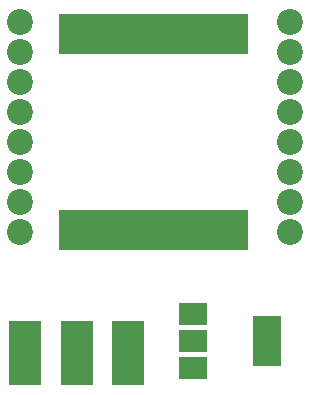
<source format=gts>
%TF.GenerationSoftware,KiCad,Pcbnew,(2017-11-19 revision 8b2b138)-master*%
%TF.CreationDate,2018-01-29T21:55:45-08:00*%
%TF.ProjectId,lora_nodemcu,6C6F72615F6E6F64656D63752E6B6963,rev?*%
%TF.SameCoordinates,Original*%
%TF.FileFunction,Soldermask,Top*%
%TF.FilePolarity,Negative*%
%FSLAX46Y46*%
G04 Gerber Fmt 4.6, Leading zero omitted, Abs format (unit mm)*
G04 Created by KiCad (PCBNEW (2017-11-19 revision 8b2b138)-master) date Monday, January 29, 2018 'PMt' 09:55:45 PM*
%MOMM*%
%LPD*%
G01*
G04 APERTURE LIST*
%ADD10C,2.200000*%
%ADD11R,2.690000X5.480000*%
%ADD12R,2.820000X5.480000*%
%ADD13R,2.000000X3.400000*%
%ADD14R,2.400000X4.200000*%
%ADD15R,2.400000X1.900000*%
G04 APERTURE END LIST*
D10*
%TO.C,U3*%
X137236200Y-76962000D03*
X137236200Y-79502000D03*
X137236200Y-82042000D03*
X137236200Y-84582000D03*
X137236200Y-87122000D03*
X137236200Y-89662000D03*
X137236200Y-92202000D03*
X137236200Y-94742000D03*
X160096200Y-94742000D03*
X160096200Y-92202000D03*
X160096200Y-89662000D03*
X160096200Y-87122000D03*
X160096200Y-84582000D03*
X160096200Y-82042000D03*
X160096200Y-79502000D03*
X160096200Y-76962000D03*
%TD*%
D11*
%TO.C,AE1*%
X142000000Y-105020000D03*
D12*
X137620000Y-105020000D03*
X146380000Y-105020000D03*
%TD*%
D13*
%TO.C,U1*%
X155513800Y-94609200D03*
X155513800Y-78009200D03*
X153513800Y-94609200D03*
X153513800Y-78009200D03*
X151513800Y-94609200D03*
X151513800Y-78009200D03*
X149513800Y-94609200D03*
X149513800Y-78009200D03*
X147513800Y-94609200D03*
X147513800Y-78009200D03*
X145513800Y-94609200D03*
X145513800Y-78009200D03*
X143513800Y-94609200D03*
X143513800Y-78009200D03*
X141513800Y-94609200D03*
X141513800Y-78009200D03*
%TD*%
D14*
%TO.C,U2*%
X158140800Y-104013000D03*
D15*
X151840800Y-104013000D03*
X151840800Y-106313000D03*
X151840800Y-101713000D03*
%TD*%
M02*

</source>
